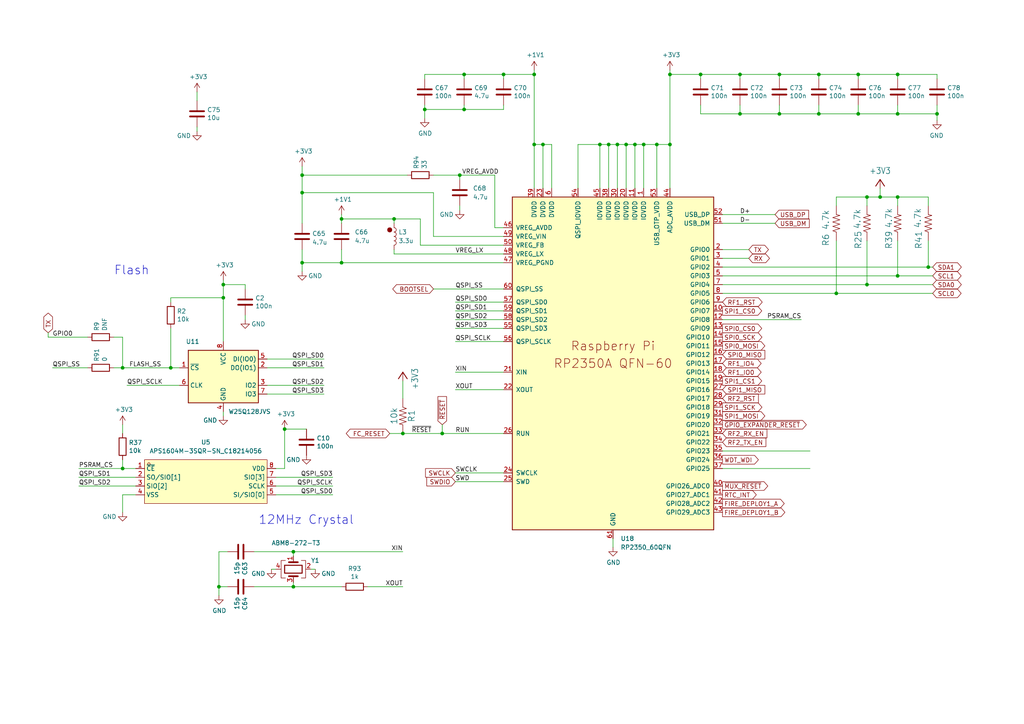
<source format=kicad_sch>
(kicad_sch (version 20250114) (generator "eeschema") (generator_version "9.0")
  (paper "A4")
  (lib_symbols
    (symbol "Adafruit ItsyBitsy RP2040-eagle-import:+3V3" (power)
      (property "Value" "+3V3" (at -2.54 -5.08 90))
      (symbol "+3V3_1_0"
        (polyline (pts (xy 0 0) (xy -1.27 -1.905)) (stroke (width 0.254)))
        (polyline (pts (xy 1.27 -1.905) (xy 0 0)) (stroke (width 0.254)))
        (pin power_in line (at 0 -2.54 90) (length 2.54) (name "+3V3") (number "1"))
      )
    )
    (symbol "Device:C" (pin_numbers (hide yes)) (pin_names (offset 0.254))
      (property "Reference" "C" (at 0.635 2.54 0))
      (property "Value" "C" (at 0.635 -2.54 0))
      (symbol "C_0_1"
        (polyline (pts (xy -2.032 0.762) (xy 2.032 0.762)) (stroke (width 0.508)))
        (polyline (pts (xy -2.032 -0.762) (xy 2.032 -0.762)) (stroke (width 0.508)))
      )
      (symbol "C_1_1"
        (pin passive line (at 0 3.81 270) (length 2.794) (name "~") (number "1"))
        (pin passive line (at 0 -3.81 90) (length 2.794) (name "~") (number "2"))
      )
    )
    (symbol "Device:Crystal_GND24" (pin_names (offset 1.016) (hide yes))
      (property "Reference" "Y" (at 3.175 5.08 0))
      (property "Value" "Crystal_GND24" (at 3.175 3.175 0))
      (symbol "Crystal_GND24_0_1"
        (polyline (pts (xy -2.54 2.286) (xy -2.54 3.556) (xy 2.54 3.556) (xy 2.54 2.286)))
        (polyline (pts (xy -2.54 0) (xy -2.032 0)))
        (polyline (pts (xy -2.54 -2.286) (xy -2.54 -3.556) (xy 2.54 -3.556) (xy 2.54 -2.286)))
        (polyline (pts (xy -2.032 -1.27) (xy -2.032 1.27)) (stroke (width 0.508)))
        (rectangle (start -1.143 2.54) (end 1.143 -2.54) (stroke (width 0.3048)))
        (polyline (pts (xy 0 3.556) (xy 0 3.81)))
        (polyline (pts (xy 0 -3.81) (xy 0 -3.556)))
        (polyline (pts (xy 2.032 0) (xy 2.54 0)))
        (polyline (pts (xy 2.032 -1.27) (xy 2.032 1.27)) (stroke (width 0.508)))
      )
      (symbol "Crystal_GND24_1_1"
        (pin passive line (at -3.81 0 0) (length 1.27) (name "1") (number "1"))
        (pin passive line (at 0 5.08 270) (length 1.27) (name "2") (number "2"))
        (pin passive line (at 0 -5.08 90) (length 1.27) (name "4") (number "4"))
        (pin passive line (at 3.81 0 180) (length 1.27) (name "3") (number "3"))
      )
    )
    (symbol "Device:L" (pin_numbers (hide yes)) (pin_names (offset 1.016) (hide yes))
      (property "Reference" "L" (at -1.27 0 90))
      (property "Value" "L" (at 1.905 0 90))
      (symbol "L_0_1"
        (arc (start 0 2.54) (mid 0.6323 1.905) (end 0 1.27))
        (arc (start 0 1.27) (mid 0.6323 0.635) (end 0 0))
        (arc (start 0 0) (mid 0.6323 -0.635) (end 0 -1.27))
        (arc (start 0 -1.27) (mid 0.6323 -1.905) (end 0 -2.54))
      )
      (symbol "L_1_1"
        (pin passive line (at 0 3.81 270) (length 1.27) (name "1") (number "1"))
        (pin passive line (at 0 -3.81 90) (length 1.27) (name "2") (number "2"))
      )
    )
    (symbol "Device:R" (pin_numbers (hide yes)) (pin_names (offset 0))
      (property "Reference" "R" (at 2.032 0 90))
      (property "Value" "R" (at 0 0 90))
      (symbol "R_0_1"
        (rectangle (start -1.016 -2.54) (end 1.016 2.54) (stroke (width 0.254)))
      )
      (symbol "R_1_1"
        (pin passive line (at 0 3.81 270) (length 1.27) (name "~") (number "1"))
        (pin passive line (at 0 -3.81 90) (length 1.27) (name "~") (number "2"))
      )
    )
    (symbol "MCU_RaspberryPi_RP2350:RP2350_60QFN" (pin_names (offset 1.016))
      (property "Reference" "U" (at -29.21 49.53 0))
      (property "Value" "RP2350_60QFN" (at 24.13 -49.53 0))
      (symbol "RP2350_60QFN_0_0"
        (text "Raspberry Pi" (at 0 5.08 0) (effects (font (size 2.54 2.54))))
      )
      (symbol "RP2350_60QFN_0_1"
        (rectangle (start 29.21 48.26) (end -29.21 -48.26) (stroke (width 0.254)) (fill (type background)))
      )
      (symbol "RP2350_60QFN_1_0"
        (text "RP2350A QFN-60" (at 0 0 0) (effects (font (size 2.54 2.54))))
      )
      (symbol "RP2350_60QFN_1_1"
        (pin power_in line (at -31.75 39.37 0) (length 2.54) (name "VREG_AVDD") (number "46"))
        (pin power_in line (at -31.75 36.83 0) (length 2.54) (name "VREG_VIN") (number "49"))
        (pin input line (at -31.75 34.29 0) (length 2.54) (name "VREG_FB") (number "50"))
        (pin power_out line (at -31.75 31.75 0) (length 2.54) (name "VREG_LX") (number "48"))
        (pin power_in line (at -31.75 29.21 0) (length 2.54) (name "VREG_PGND") (number "47"))
        (pin bidirectional line (at -31.75 21.59 0) (length 2.54) (name "QSPI_SS") (number "60"))
        (pin bidirectional line (at -31.75 17.78 0) (length 2.54) (name "QSPI_SD0") (number "57"))
        (pin bidirectional line (at -31.75 15.24 0) (length 2.54) (name "QSPI_SD1") (number "59"))
        (pin bidirectional line (at -31.75 12.7 0) (length 2.54) (name "QSPI_SD2") (number "58"))
        (pin bidirectional line (at -31.75 10.16 0) (length 2.54) (name "QSPI_SD3") (number "55"))
        (pin output line (at -31.75 6.35 0) (length 2.54) (name "QSPI_SCLK") (number "56"))
        (pin input line (at -31.75 -2.54 0) (length 2.54) (name "XIN") (number "21"))
        (pin passive line (at -31.75 -7.62 0) (length 2.54) (name "XOUT") (number "22"))
        (pin input line (at -31.75 -20.32 0) (length 2.54) (name "RUN") (number "26"))
        (pin output line (at -31.75 -31.75 0) (length 2.54) (name "SWCLK") (number "24"))
        (pin bidirectional line (at -31.75 -34.29 0) (length 2.54) (name "SWD") (number "25"))
        (pin power_in line (at -22.86 50.8 270) (length 2.54) (name "DVDD") (number "39"))
        (pin power_in line (at -20.32 50.8 270) (length 2.54) (name "DVDD") (number "23"))
        (pin power_in line (at -17.78 50.8 270) (length 2.54) (name "DVDD") (number "6"))
        (pin power_in line (at -10.16 50.8 270) (length 2.54) (name "QSPI_IOVDD") (number "54"))
        (pin power_in line (at -3.81 50.8 270) (length 2.54) (name "IOVDD") (number "45"))
        (pin power_in line (at -1.27 50.8 270) (length 2.54) (name "IOVDD") (number "38"))
        (pin power_in line (at 0 -50.8 90) (length 2.54) (name "GND") (number "61"))
        (pin power_in line (at 1.27 50.8 270) (length 2.54) (name "IOVDD") (number "30"))
        (pin power_in line (at 3.81 50.8 270) (length 2.54) (name "IOVDD") (number "20"))
        (pin power_in line (at 6.35 50.8 270) (length 2.54) (name "IOVDD") (number "11"))
        (pin power_in line (at 8.89 50.8 270) (length 2.54) (name "IOVDD") (number "1"))
        (pin power_in line (at 12.7 50.8 270) (length 2.54) (name "USB_OTP_VDD") (number "53"))
        (pin power_in line (at 16.51 50.8 270) (length 2.54) (name "ADC_AVDD") (number "44"))
        (pin bidirectional line (at 31.75 43.18 180) (length 2.54) (name "USB_DP") (number "52"))
        (pin bidirectional line (at 31.75 40.64 180) (length 2.54) (name "USB_DM") (number "51"))
        (pin bidirectional line (at 31.75 33.02 180) (length 2.54) (name "GPIO0") (number "2"))
        (pin bidirectional line (at 31.75 30.48 180) (length 2.54) (name "GPIO1") (number "3"))
        (pin bidirectional line (at 31.75 27.94 180) (length 2.54) (name "GPIO2") (number "4"))
        (pin bidirectional line (at 31.75 25.4 180) (length 2.54) (name "GPIO3") (number "5"))
        (pin bidirectional line (at 31.75 22.86 180) (length 2.54) (name "GPIO4") (number "7"))
        (pin bidirectional line (at 31.75 20.32 180) (length 2.54) (name "GPIO5") (number "8"))
        (pin bidirectional line (at 31.75 17.78 180) (length 2.54) (name "GPIO6") (number "9"))
        (pin bidirectional line (at 31.75 15.24 180) (length 2.54) (name "GPIO7") (number "10"))
        (pin bidirectional line (at 31.75 12.7 180) (length 2.54) (name "GPIO8") (number "12"))
        (pin bidirectional line (at 31.75 10.16 180) (length 2.54) (name "GPIO9") (number "13"))
        (pin bidirectional line (at 31.75 7.62 180) (length 2.54) (name "GPIO10") (number "14"))
        (pin bidirectional line (at 31.75 5.08 180) (length 2.54) (name "GPIO11") (number "15"))
        (pin bidirectional line (at 31.75 2.54 180) (length 2.54) (name "GPIO12") (number "16"))
        (pin bidirectional line (at 31.75 0 180) (length 2.54) (name "GPIO13") (number "17"))
        (pin bidirectional line (at 31.75 -2.54 180) (length 2.54) (name "GPIO14") (number "18"))
        (pin bidirectional line (at 31.75 -5.08 180) (length 2.54) (name "GPIO15") (number "19"))
        (pin bidirectional line (at 31.75 -7.62 180) (length 2.54) (name "GPIO16") (number "27"))
        (pin bidirectional line (at 31.75 -10.16 180) (length 2.54) (name "GPIO17") (number "28"))
        (pin bidirectional line (at 31.75 -12.7 180) (length 2.54) (name "GPIO18") (number "29"))
        (pin bidirectional line (at 31.75 -15.24 180) (length 2.54) (name "GPIO19") (number "31"))
        (pin bidirectional line (at 31.75 -17.78 180) (length 2.54) (name "GPIO20") (number "32"))
        (pin bidirectional line (at 31.75 -20.32 180) (length 2.54) (name "GPIO21") (number "33"))
        (pin bidirectional line (at 31.75 -22.86 180) (length 2.54) (name "GPIO22") (number "34"))
        (pin bidirectional line (at 31.75 -25.4 180) (length 2.54) (name "GPIO23") (number "35"))
        (pin bidirectional line (at 31.75 -27.94 180) (length 2.54) (name "GPIO24") (number "36"))
        (pin bidirectional line (at 31.75 -30.48 180) (length 2.54) (name "GPIO25") (number "37"))
        (pin bidirectional line (at 31.75 -35.56 180) (length 2.54) (name "GPIO26_ADC0") (number "40"))
        (pin bidirectional line (at 31.75 -38.1 180) (length 2.54) (name "GPIO27_ADC1") (number "41"))
        (pin bidirectional line (at 31.75 -40.64 180) (length 2.54) (name "GPIO28_ADC2") (number "42"))
        (pin bidirectional line (at 31.75 -43.18 180) (length 2.54) (name "GPIO29_ADC3") (number "43"))
      )
    )
    (symbol "Memory_Flash:W25Q128JVS"
      (property "Reference" "U" (at -8.89 8.89 0))
      (property "Value" "W25Q128JVS" (at 7.62 8.89 0))
      (symbol "W25Q128JVS_0_1"
        (rectangle (start -10.16 7.62) (end 10.16 -7.62) (stroke (width 0.254)) (fill (type background)))
      )
      (symbol "W25Q128JVS_1_1"
        (pin input line (at -12.7 2.54 0) (length 2.54) (name "~{CS}") (number "1"))
        (pin input line (at -12.7 -2.54 0) (length 2.54) (name "CLK") (number "6"))
        (pin power_in line (at 0 10.16 270) (length 2.54) (name "VCC") (number "8"))
        (pin power_in line (at 0 -10.16 90) (length 2.54) (name "GND") (number "4"))
        (pin bidirectional line (at 12.7 5.08 180) (length 2.54) (name "DI(IO0)") (number "5"))
        (pin bidirectional line (at 12.7 2.54 180) (length 2.54) (name "DO(IO1)") (number "2"))
        (pin bidirectional line (at 12.7 -2.54 180) (length 2.54) (name "IO2") (number "3"))
        (pin bidirectional line (at 12.7 -5.08 180) (length 2.54) (name "IO3") (number "7"))
      )
    )
    (symbol "easyeda2kicad:APS1604M-3SQR-SN_C18214056"
      (property "Reference" "U" (at 0 10.16 0))
      (property "Value" "APS1604M-3SQR-SN_C18214056" (at 0 -7.62 0))
      (symbol "APS1604M-3SQR-SN_C18214056_0_1"
        (rectangle (start -17.78 7.62) (end 17.78 -5.08) (fill (type background)))
        (circle (center -16.51 6.35) (radius 0.38))
        (pin unspecified line (at -20.32 5.08 0) (length 2.54) (name "~{CE}") (number "1"))
        (pin unspecified line (at -20.32 2.54 0) (length 2.54) (name "SO/SIO[1]") (number "2"))
        (pin unspecified line (at -20.32 0 0) (length 2.54) (name "SIO[2]") (number "3"))
        (pin unspecified line (at -20.32 -2.54 0) (length 2.54) (name "VSS") (number "4"))
        (pin unspecified line (at 20.32 5.08 180) (length 2.54) (name "VDD") (number "8"))
        (pin unspecified line (at 20.32 2.54 180) (length 2.54) (name "SIO[3]") (number "7"))
        (pin unspecified line (at 20.32 0 180) (length 2.54) (name "SCLK") (number "6"))
        (pin unspecified line (at 20.32 -2.54 180) (length 2.54) (name "SI/SIO[0]") (number "5"))
      )
    )
    (symbol "mainboard:RESISTOR0603" (pin_names (offset 1.016))
      (property "Reference" "R" (at 0 1.524 0))
      (property "Value" "RESISTOR0603" (at 0 -1.524 0))
      (symbol "RESISTOR0603_1_0"
        (polyline (pts (xy -2.54 0) (xy -2.159 1.016)))
        (polyline (pts (xy -2.159 1.016) (xy -1.524 -1.016)))
        (polyline (pts (xy -1.524 -1.016) (xy -0.889 1.016)))
        (polyline (pts (xy -0.889 1.016) (xy -0.254 -1.016)))
        (polyline (pts (xy -0.254 -1.016) (xy 0.381 1.016)))
        (polyline (pts (xy 0.381 1.016) (xy 1.016 -1.016)))
        (polyline (pts (xy 1.016 -1.016) (xy 1.651 1.016)))
        (polyline (pts (xy 1.651 1.016) (xy 2.286 -1.016)))
        (polyline (pts (xy 2.286 -1.016) (xy 2.54 0)))
        (pin passive line (at -5.08 0 0) (length 2.54) (name "1") (number "1"))
        (pin passive line (at 5.08 0 180) (length 2.54) (name "2") (number "2"))
      )
    )
    (symbol "power:+1V1" (power) (pin_names (offset 0))
      (property "Value" "+1V1" (at 0 3.556 0))
      (symbol "+1V1_0_1"
        (polyline (pts (xy -0.762 1.27) (xy 0 2.54)))
        (polyline (pts (xy 0 2.54) (xy 0.762 1.27)))
        (polyline (pts (xy 0 0) (xy 0 2.54)))
      )
      (symbol "+1V1_1_1"
        (pin power_in line (at 0 0 90) (length 0) (hide yes) (name "+1V1") (number "1"))
      )
    )
    (symbol "power:+3V3" (power) (pin_names (offset 0))
      (property "Value" "+3V3" (at 0 3.556 0))
      (symbol "+3V3_0_1"
        (polyline (pts (xy -0.762 1.27) (xy 0 2.54)))
        (polyline (pts (xy 0 2.54) (xy 0.762 1.27)))
        (polyline (pts (xy 0 0) (xy 0 2.54)))
      )
      (symbol "+3V3_1_1"
        (pin power_in line (at 0 0 90) (length 0) (hide yes) (name "+3V3") (number "1"))
      )
    )
    (symbol "power:GND" (power) (pin_names (offset 0))
      (property "Value" "GND" (at 0 -3.81 0))
      (symbol "GND_0_1"
        (polyline (pts (xy 0 0) (xy 0 -1.27) (xy 1.27 -1.27) (xy 0 -2.54) (xy -1.27 -1.27) (xy 0 -1.27)))
      )
      (symbol "GND_1_1"
        (pin power_in line (at 0 0 270) (length 0) (hide yes) (name "GND") (number "1"))
      )
    )
  )
  (circle (center 113.03 66.675) (radius 0.635) (stroke (width 0) (color 132 0 0 1)) (fill (type color) (color 132 0 0 1)))
  (text "12MHz Crystal" (at 74.93 152.4 0) (effects (font (size 2.54 2.54)) (justify left bottom)))
  (text "Flash" (at 33.02 80.01 0) (effects (font (size 2.54 2.54)) (justify left bottom)))
  (junction (at 154.94 21.59))
  (junction (at 87.63 50.8))
  (junction (at 35.56 135.89))
  (junction (at 226.06 33.02))
  (junction (at 134.62 21.59))
  (junction (at 176.53 41.91))
  (junction (at 251.46 82.55))
  (junction (at 203.2 21.59))
  (junction (at 87.63 55.88))
  (junction (at 237.49 33.02))
  (junction (at 179.07 41.91))
  (junction (at 64.77 82.55))
  (junction (at 87.63 76.2))
  (junction (at 271.78 33.02))
  (junction (at 269.24 77.47))
  (junction (at 82.55 124.46))
  (junction (at 173.99 41.91))
  (junction (at 186.69 41.91))
  (junction (at 237.49 21.59))
  (junction (at 146.05 21.59))
  (junction (at 194.31 41.91))
  (junction (at 214.63 33.02))
  (junction (at 260.35 21.59))
  (junction (at 226.06 21.59))
  (junction (at 194.31 21.59))
  (junction (at 85.09 170.18))
  (junction (at 260.35 80.01))
  (junction (at 99.06 63.5))
  (junction (at 116.84 125.73))
  (junction (at 260.35 57.15))
  (junction (at 123.19 31.75))
  (junction (at 63.5 170.18))
  (junction (at 181.61 41.91))
  (junction (at 114.3 63.5))
  (junction (at 248.92 33.02))
  (junction (at 133.35 50.8))
  (junction (at 49.53 106.68))
  (junction (at 255.27 57.15))
  (junction (at 184.15 41.91))
  (junction (at 157.48 41.91))
  (junction (at 35.56 106.68))
  (junction (at 251.46 57.15))
  (junction (at 128.27 125.73))
  (junction (at 85.09 160.02))
  (junction (at 134.62 31.75))
  (junction (at 154.94 41.91))
  (junction (at 99.06 76.2))
  (junction (at 242.57 85.09))
  (junction (at 260.35 33.02))
  (junction (at 64.77 86.36))
  (junction (at 190.5 41.91))
  (junction (at 214.63 21.59))
  (junction (at 248.92 21.59))
  (wire (pts (xy 214.63 22.86) (xy 214.63 21.59)))
  (wire (pts (xy 87.63 55.88) (xy 125.73 55.88)))
  (wire (pts (xy 214.63 30.48) (xy 214.63 33.02)))
  (wire (pts (xy 186.69 41.91) (xy 190.5 41.91)))
  (wire (pts (xy 242.57 69.85) (xy 242.57 85.09)))
  (wire (pts (xy 80.01 138.43) (xy 96.52 138.43)))
  (wire (pts (xy 114.3 73.66) (xy 114.3 72.39)))
  (wire (pts (xy 125.73 68.58) (xy 146.05 68.58)))
  (wire (pts (xy 248.92 30.48) (xy 248.92 33.02)))
  (wire (pts (xy 179.07 41.91) (xy 181.61 41.91)))
  (wire (pts (xy 133.35 50.8) (xy 133.35 52.07)))
  (wire (pts (xy 66.04 160.02) (xy 63.5 160.02)))
  (wire (pts (xy 260.35 33.02) (xy 271.78 33.02)))
  (wire (pts (xy 260.35 30.48) (xy 260.35 33.02)))
  (wire (pts (xy 209.55 72.39) (xy 217.17 72.39)))
  (wire (pts (xy 217.17 74.93) (xy 209.55 74.93)))
  (wire (pts (xy 73.66 170.18) (xy 85.09 170.18)))
  (wire (pts (xy 154.94 21.59) (xy 154.94 41.91)))
  (wire (pts (xy 132.08 95.25) (xy 146.05 95.25)))
  (wire (pts (xy 87.63 76.2) (xy 99.06 76.2)))
  (wire (pts (xy 269.24 59.69) (xy 269.24 57.15)))
  (wire (pts (xy 209.55 85.09) (xy 242.57 85.09)))
  (wire (pts (xy 77.47 114.3) (xy 93.98 114.3)))
  (wire (pts (xy 33.02 106.68) (xy 35.56 106.68)))
  (wire (pts (xy 181.61 54.61) (xy 181.61 41.91)))
  (wire (pts (xy 176.53 54.61) (xy 176.53 41.91)))
  (wire (pts (xy 269.24 57.15) (xy 260.35 57.15)))
  (wire (pts (xy 209.55 92.71) (xy 232.41 92.71)))
  (wire (pts (xy 96.52 140.97) (xy 80.01 140.97)))
  (wire (pts (xy 35.56 97.79) (xy 35.56 106.68)))
  (wire (pts (xy 87.63 48.26) (xy 87.63 50.8)))
  (wire (pts (xy 114.3 63.5) (xy 114.3 64.77)))
  (wire (pts (xy 132.08 87.63) (xy 146.05 87.63)))
  (wire (pts (xy 209.55 64.77) (xy 224.79 64.77)))
  (wire (pts (xy 77.47 111.76) (xy 93.98 111.76)))
  (wire (pts (xy 157.48 54.61) (xy 157.48 41.91)))
  (wire (pts (xy 35.56 135.89) (xy 39.37 135.89)))
  (wire (pts (xy 35.56 143.51) (xy 35.56 148.59)))
  (wire (pts (xy 255.27 57.15) (xy 255.27 54.61)))
  (wire (pts (xy 260.35 80.01) (xy 270.51 80.01)))
  (wire (pts (xy 237.49 22.86) (xy 237.49 21.59)))
  (wire (pts (xy 99.06 72.39) (xy 99.06 76.2)))
  (wire (pts (xy 214.63 33.02) (xy 203.2 33.02)))
  (wire (pts (xy 125.73 55.88) (xy 125.73 68.58)))
  (wire (pts (xy 179.07 54.61) (xy 179.07 41.91)))
  (wire (pts (xy 226.06 30.48) (xy 226.06 33.02)))
  (wire (pts (xy 13.97 97.79) (xy 25.4 97.79)))
  (wire (pts (xy 49.53 87.63) (xy 49.53 86.36)))
  (wire (pts (xy 181.61 41.91) (xy 184.15 41.91)))
  (wire (pts (xy 99.06 64.77) (xy 99.06 63.5)))
  (wire (pts (xy 251.46 57.15) (xy 255.27 57.15)))
  (wire (pts (xy 125.73 50.8) (xy 133.35 50.8)))
  (wire (pts (xy 125.73 83.82) (xy 146.05 83.82)))
  (wire (pts (xy 71.12 82.55) (xy 64.77 82.55)))
  (wire (pts (xy 242.57 57.15) (xy 251.46 57.15)))
  (wire (pts (xy 143.51 66.04) (xy 146.05 66.04)))
  (wire (pts (xy 78.74 165.1) (xy 80.01 165.1)))
  (wire (pts (xy 203.2 21.59) (xy 214.63 21.59)))
  (wire (pts (xy 173.99 41.91) (xy 176.53 41.91)))
  (wire (pts (xy 64.77 86.36) (xy 64.77 99.06)))
  (wire (pts (xy 39.37 138.43) (xy 22.86 138.43)))
  (wire (pts (xy 226.06 33.02) (xy 214.63 33.02)))
  (wire (pts (xy 64.77 119.38) (xy 64.77 120.65)))
  (wire (pts (xy 77.47 106.68) (xy 93.98 106.68)))
  (wire (pts (xy 271.78 33.02) (xy 271.78 34.925)))
  (wire (pts (xy 194.31 21.59) (xy 194.31 41.91)))
  (wire (pts (xy 190.5 54.61) (xy 190.5 41.91)))
  (wire (pts (xy 113.03 125.73) (xy 116.84 125.73)))
  (wire (pts (xy 80.01 135.89) (xy 82.55 135.89)))
  (wire (pts (xy 209.55 82.55) (xy 251.46 82.55)))
  (wire (pts (xy 143.51 50.8) (xy 143.51 66.04)))
  (wire (pts (xy 123.19 21.59) (xy 134.62 21.59)))
  (wire (pts (xy 82.55 135.89) (xy 82.55 124.46)))
  (wire (pts (xy 146.05 22.86) (xy 146.05 21.59)))
  (wire (pts (xy 80.01 143.51) (xy 96.52 143.51)))
  (wire (pts (xy 63.5 160.02) (xy 63.5 170.18)))
  (wire (pts (xy 203.2 22.86) (xy 203.2 21.59)))
  (wire (pts (xy 173.99 54.61) (xy 173.99 41.91)))
  (wire (pts (xy 57.15 36.83) (xy 57.15 38.1)))
  (wire (pts (xy 87.63 76.2) (xy 87.63 78.74)))
  (wire (pts (xy 248.92 21.59) (xy 260.35 21.59)))
  (wire (pts (xy 87.63 55.88) (xy 87.63 64.77)))
  (wire (pts (xy 269.24 77.47) (xy 270.51 77.47)))
  (wire (pts (xy 134.62 30.48) (xy 134.62 31.75)))
  (wire (pts (xy 242.57 59.69) (xy 242.57 57.15)))
  (wire (pts (xy 260.35 33.02) (xy 248.92 33.02)))
  (wire (pts (xy 260.35 21.59) (xy 271.78 21.59)))
  (wire (pts (xy 237.49 30.48) (xy 237.49 33.02)))
  (wire (pts (xy 35.56 133.35) (xy 35.56 135.89)))
  (wire (pts (xy 248.92 22.86) (xy 248.92 21.59)))
  (wire (pts (xy 22.86 135.89) (xy 35.56 135.89)))
  (wire (pts (xy 234.95 135.89) (xy 209.55 135.89)))
  (wire (pts (xy 77.47 104.14) (xy 93.98 104.14)))
  (wire (pts (xy 146.05 31.75) (xy 146.05 30.48)))
  (wire (pts (xy 132.08 92.71) (xy 146.05 92.71)))
  (wire (pts (xy 49.53 95.25) (xy 49.53 106.68)))
  (wire (pts (xy 209.55 77.47) (xy 269.24 77.47)))
  (wire (pts (xy 128.27 125.73) (xy 146.05 125.73)))
  (wire (pts (xy 85.09 168.91) (xy 85.09 170.18)))
  (wire (pts (xy 49.53 106.68) (xy 52.07 106.68)))
  (wire (pts (xy 133.35 60.96) (xy 133.35 59.69)))
  (wire (pts (xy 116.84 110.49) (xy 116.84 115.57)))
  (wire (pts (xy 157.48 41.91) (xy 160.02 41.91)))
  (wire (pts (xy 121.92 63.5) (xy 114.3 63.5)))
  (wire (pts (xy 226.06 21.59) (xy 237.49 21.59)))
  (wire (pts (xy 160.02 41.91) (xy 160.02 54.61)))
  (wire (pts (xy 167.64 41.91) (xy 173.99 41.91)))
  (wire (pts (xy 87.63 50.8) (xy 87.63 55.88)))
  (wire (pts (xy 260.35 59.69) (xy 260.35 57.15)))
  (wire (pts (xy 269.24 69.85) (xy 269.24 77.47)))
  (wire (pts (xy 176.53 41.91) (xy 179.07 41.91)))
  (wire (pts (xy 90.17 165.1) (xy 91.44 165.1)))
  (wire (pts (xy 242.57 85.09) (xy 270.51 85.09)))
  (wire (pts (xy 146.05 113.03) (xy 132.08 113.03)))
  (wire (pts (xy 248.92 33.02) (xy 237.49 33.02)))
  (wire (pts (xy 33.02 97.79) (xy 35.56 97.79)))
  (wire (pts (xy 87.63 50.8) (xy 118.11 50.8)))
  (wire (pts (xy 194.31 21.59) (xy 203.2 21.59)))
  (wire (pts (xy 184.15 41.91) (xy 186.69 41.91)))
  (wire (pts (xy 234.95 130.81) (xy 209.55 130.81)))
  (wire (pts (xy 194.31 20.32) (xy 194.31 21.59)))
  (wire (pts (xy 134.62 22.86) (xy 134.62 21.59)))
  (wire (pts (xy 157.48 41.91) (xy 154.94 41.91)))
  (wire (pts (xy 82.55 124.46) (xy 88.9 124.46)))
  (wire (pts (xy 106.68 170.18) (xy 116.84 170.18)))
  (wire (pts (xy 73.66 160.02) (xy 85.09 160.02)))
  (wire (pts (xy 64.77 82.55) (xy 64.77 86.36)))
  (wire (pts (xy 251.46 69.85) (xy 251.46 82.55)))
  (wire (pts (xy 123.19 31.75) (xy 134.62 31.75)))
  (wire (pts (xy 255.27 57.15) (xy 260.35 57.15)))
  (wire (pts (xy 87.63 72.39) (xy 87.63 76.2)))
  (wire (pts (xy 13.97 96.52) (xy 13.97 97.79)))
  (wire (pts (xy 251.46 57.15) (xy 251.46 59.69)))
  (wire (pts (xy 146.05 137.16) (xy 132.08 137.16)))
  (wire (pts (xy 260.35 22.86) (xy 260.35 21.59)))
  (wire (pts (xy 190.5 41.91) (xy 194.31 41.91)))
  (wire (pts (xy 123.19 30.48) (xy 123.19 31.75)))
  (wire (pts (xy 167.64 54.61) (xy 167.64 41.91)))
  (wire (pts (xy 132.08 107.95) (xy 146.05 107.95)))
  (wire (pts (xy 99.06 62.23) (xy 99.06 63.5)))
  (wire (pts (xy 146.05 139.7) (xy 132.08 139.7)))
  (wire (pts (xy 177.8 156.21) (xy 177.8 158.75)))
  (wire (pts (xy 203.2 30.48) (xy 203.2 33.02)))
  (wire (pts (xy 57.15 26.67) (xy 57.15 29.21)))
  (wire (pts (xy 71.12 91.44) (xy 71.12 92.71)))
  (wire (pts (xy 99.06 63.5) (xy 114.3 63.5)))
  (wire (pts (xy 66.04 170.18) (xy 63.5 170.18)))
  (wire (pts (xy 85.09 160.02) (xy 116.84 160.02)))
  (wire (pts (xy 184.15 54.61) (xy 184.15 41.91)))
  (wire (pts (xy 214.63 21.59) (xy 226.06 21.59)))
  (wire (pts (xy 63.5 170.18) (xy 63.5 172.72)))
  (wire (pts (xy 85.09 170.18) (xy 99.06 170.18)))
  (wire (pts (xy 36.83 111.76) (xy 52.07 111.76)))
  (wire (pts (xy 123.19 22.86) (xy 123.19 21.59)))
  (wire (pts (xy 209.55 62.23) (xy 224.79 62.23)))
  (wire (pts (xy 146.05 71.12) (xy 121.92 71.12)))
  (wire (pts (xy 85.09 161.29) (xy 85.09 160.02)))
  (wire (pts (xy 35.56 106.68) (xy 49.53 106.68)))
  (wire (pts (xy 146.05 99.06) (xy 132.08 99.06)))
  (wire (pts (xy 237.49 33.02) (xy 226.06 33.02)))
  (wire (pts (xy 186.69 41.91) (xy 186.69 54.61)))
  (wire (pts (xy 114.3 73.66) (xy 146.05 73.66)))
  (wire (pts (xy 260.35 69.85) (xy 260.35 80.01)))
  (wire (pts (xy 271.78 22.86) (xy 271.78 21.59)))
  (wire (pts (xy 123.19 31.75) (xy 123.19 34.29)))
  (wire (pts (xy 71.12 83.82) (xy 71.12 82.55)))
  (wire (pts (xy 251.46 82.55) (xy 270.51 82.55)))
  (wire (pts (xy 194.31 41.91) (xy 194.31 54.61)))
  (wire (pts (xy 49.53 86.36) (xy 64.77 86.36)))
  (wire (pts (xy 134.62 31.75) (xy 146.05 31.75)))
  (wire (pts (xy 128.27 123.19) (xy 128.27 125.73)))
  (wire (pts (xy 128.27 125.73) (xy 116.84 125.73)))
  (wire (pts (xy 132.08 90.17) (xy 146.05 90.17)))
  (wire (pts (xy 154.94 20.32) (xy 154.94 21.59)))
  (wire (pts (xy 99.06 76.2) (xy 146.05 76.2)))
  (wire (pts (xy 133.35 50.8) (xy 143.51 50.8)))
  (wire (pts (xy 121.92 71.12) (xy 121.92 63.5)))
  (wire (pts (xy 15.24 106.68) (xy 25.4 106.68)))
  (wire (pts (xy 209.55 80.01) (xy 260.35 80.01)))
  (wire (pts (xy 35.56 123.19) (xy 35.56 125.73)))
  (wire (pts (xy 271.78 30.48) (xy 271.78 33.02)))
  (wire (pts (xy 226.06 22.86) (xy 226.06 21.59)))
  (wire (pts (xy 134.62 21.59) (xy 146.05 21.59)))
  (wire (pts (xy 146.05 21.59) (xy 154.94 21.59)))
  (wire (pts (xy 39.37 143.51) (xy 35.56 143.51)))
  (wire (pts (xy 64.77 81.28) (xy 64.77 82.55)))
  (wire (pts (xy 39.37 140.97) (xy 22.86 140.97)))
  (wire (pts (xy 237.49 21.59) (xy 248.92 21.59)))
  (wire (pts (xy 154.94 41.91) (xy 154.94 54.61)))
  (label "QSPI_SD3" (at 132.08 95.25 0))
  (label "XIN" (at 132.08 107.95 0))
  (label "D-" (at 214.63 64.77 0) (effects (font (size 1.2446 1.2446))))
  (label "QSPI_SCLK" (at 96.52 140.97 180))
  (label "QSPI_SD0" (at 93.98 104.14 180))
  (label "D+" (at 214.63 62.23 0) (effects (font (size 1.2446 1.2446))))
  (label "QSPI_SD0" (at 132.08 87.63 0))
  (label "FLASH_SS" (at 37.465 106.68 0))
  (label "QSPI_SCLK" (at 132.08 99.06 0))
  (label "XIN" (at 116.84 160.02 180))
  (label "QSPI_SD3" (at 93.98 114.3 180))
  (label "GPIO0" (at 15.24 97.79 0))
  (label "QSPI_SD2" (at 132.08 92.71 0))
  (label "PSRAM_CS" (at 232.41 92.71 180))
  (label "QSPI_SD1" (at 22.86 138.43 0))
  (label "QSPI_SCLK" (at 36.83 111.76 0))
  (label "RUN" (at 132.08 125.73 0))
  (label "VREG_AVDD" (at 133.985 50.8 0))
  (label "QSPI_SS" (at 132.08 83.82 0))
  (label "QSPI_SD0" (at 96.52 143.51 180))
  (label "QSPI_SS" (at 15.24 106.68 0))
  (label "QSPI_SD1" (at 132.08 90.17 0))
  (label "XOUT" (at 132.08 113.03 0))
  (label "XOUT" (at 116.84 170.18 180))
  (label "SWCLK" (at 132.08 137.16 0))
  (label "QSPI_SD2" (at 93.98 111.76 180))
  (label "PSRAM_CS" (at 22.86 135.89 0))
  (label "VREG_LX" (at 132.08 73.66 0))
  (label "SWD" (at 132.08 139.7 0))
  (label "~{RESET}" (at 119.38 125.73 0) (effects (font (size 1.2446 1.2446))))
  (label "QSPI_SD2" (at 22.86 140.97 0))
  (label "QSPI_SD1" (at 93.98 106.68 180))
  (label "QSPI_SD3" (at 96.52 138.43 180))
  (global_label "~{GPIO_EXPANDER_RESET}" (shape output) (at 209.55 123.19 0) (property "Intersheetrefs" "${INTERSHEET_REFS}" (effects (hide yes))))
  (global_label "RF2_TX_EN" (shape input) (at 209.55 128.27 0) (property "Intersheetrefs" "${INTERSHEET_REFS}" (effects (hide yes))))
  (global_label "WDT_WDI" (shape output) (at 209.55 133.35 0) (property "Intersheetrefs" "${INTERSHEET_REFS}" (effects (hide yes))))
  (global_label "RF2_RST" (shape input) (at 209.55 115.57 0) (property "Intersheetrefs" "${INTERSHEET_REFS}" (effects (hide yes))))
  (global_label "RTC_INT" (shape output) (at 209.55 143.51 0) (property "Intersheetrefs" "${INTERSHEET_REFS}" (effects (hide yes))))
  (global_label "SPI0_MISO" (shape input) (at 209.55 102.87 0) (property "Intersheetrefs" "${INTERSHEET_REFS}" (effects (hide yes))))
  (global_label "RF1_IO4" (shape bidirectional) (at 209.55 105.41 0) (property "Intersheetrefs" "${INTERSHEET_REFS}" (effects (hide yes))))
  (global_label "FIRE_DEPLOY1_A" (shape output) (at 209.55 146.05 0) (property "Intersheetrefs" "${INTERSHEET_REFS}" (effects (hide yes))))
  (global_label "~{RESET}" (shape input) (at 128.27 123.19 90) (property "Intersheetrefs" "${INTERSHEET_REFS}" (effects (hide yes))))
  (global_label "SPI1_MOSI" (shape output) (at 209.55 120.65 0) (property "Intersheetrefs" "${INTERSHEET_REFS}" (effects (hide yes))))
  (global_label "SPI1_CS1" (shape output) (at 209.55 110.49 0) (property "Intersheetrefs" "${INTERSHEET_REFS}" (effects (hide yes))))
  (global_label "USB_DM" (shape input) (at 224.79 64.77 0) (property "Intersheetrefs" "${INTERSHEET_REFS}" (effects (hide yes))))
  (global_label "SPI1_MISO" (shape input) (at 209.55 113.03 0) (property "Intersheetrefs" "${INTERSHEET_REFS}" (effects (hide yes))))
  (global_label "SWDIO" (shape input) (at 132.08 139.7 180) (property "Intersheetrefs" "${INTERSHEET_REFS}" (effects (hide yes))))
  (global_label "RX" (shape bidirectional) (at 217.17 74.93 0) (property "Intersheetrefs" "${INTERSHEET_REFS}" (effects (hide yes))))
  (global_label "RF1_IO0" (shape bidirectional) (at 209.55 107.95 0) (property "Intersheetrefs" "${INTERSHEET_REFS}" (effects (hide yes))))
  (global_label "FC_RESET" (shape bidirectional) (at 113.03 125.73 180) (property "Intersheetrefs" "${INTERSHEET_REFS}" (effects (hide yes))))
  (global_label "SCL0" (shape bidirectional) (at 270.51 85.09 0) (property "Intersheetrefs" "${INTERSHEET_REFS}" (effects (hide yes))))
  (global_label "SPI1_SCK" (shape output) (at 209.55 118.11 0) (property "Intersheetrefs" "${INTERSHEET_REFS}" (effects (hide yes))))
  (global_label "TX" (shape bidirectional) (at 217.17 72.39 0) (property "Intersheetrefs" "${INTERSHEET_REFS}" (effects (hide yes))))
  (global_label "RF2_RX_EN" (shape input) (at 209.55 125.73 0) (property "Intersheetrefs" "${INTERSHEET_REFS}" (effects (hide yes))))
  (global_label "BOOTSEL" (shape bidirectional) (at 125.73 83.82 180) (property "Intersheetrefs" "${INTERSHEET_REFS}" (effects (hide yes))))
  (global_label "TX" (shape bidirectional) (at 13.97 96.52 90) (property "Intersheetrefs" "${INTERSHEET_REFS}" (effects (hide yes))))
  (global_label "SPI0_CS0" (shape output) (at 209.55 95.25 0) (property "Intersheetrefs" "${INTERSHEET_REFS}" (effects (hide yes))))
  (global_label "SWCLK" (shape input) (at 132.08 137.16 180) (property "Intersheetrefs" "${INTERSHEET_REFS}" (effects (hide yes))))
  (global_label "SCL1" (shape bidirectional) (at 270.51 80.01 0) (property "Intersheetrefs" "${INTERSHEET_REFS}" (effects (hide yes))))
  (global_label "~{MUX_RESET}" (shape output) (at 209.55 140.97 0) (property "Intersheetrefs" "${INTERSHEET_REFS}" (effects (hide yes))))
  (global_label "SPI0_MOSI" (shape output) (at 209.55 100.33 0) (property "Intersheetrefs" "${INTERSHEET_REFS}" (effects (hide yes))))
  (global_label "FIRE_DEPLOY1_B" (shape output) (at 209.55 148.59 0) (property "Intersheetrefs" "${INTERSHEET_REFS}" (effects (hide yes))))
  (global_label "SDA1" (shape bidirectional) (at 270.51 77.47 0) (property "Intersheetrefs" "${INTERSHEET_REFS}" (effects (hide yes))))
  (global_label "USB_DP" (shape input) (at 224.79 62.23 0) (property "Intersheetrefs" "${INTERSHEET_REFS}" (effects (hide yes))))
  (global_label "SPI0_SCK" (shape output) (at 209.55 97.79 0) (property "Intersheetrefs" "${INTERSHEET_REFS}" (effects (hide yes))))
  (global_label "SPI1_CS0" (shape output) (at 209.55 90.17 0) (property "Intersheetrefs" "${INTERSHEET_REFS}" (effects (hide yes))))
  (global_label "RF1_RST" (shape bidirectional) (at 209.55 87.63 0) (property "Intersheetrefs" "${INTERSHEET_REFS}" (effects (hide yes))))
  (global_label "SDA0" (shape bidirectional) (at 270.51 82.55 0) (property "Intersheetrefs" "${INTERSHEET_REFS}" (effects (hide yes))))
  (symbol (lib_id "Device:C") (at 71.12 87.63 0) (unit 1)
    (property "Reference" "C2" (at 74.041 86.4616 0) (effects (justify left)))
    (property "Value" "100n" (at 74.041 88.773 0) (effects (justify left)))
    (property "Footprint" "Capacitor_SMD:C_0402_1005Metric" (effects (hide yes)))
  )
  (symbol (lib_id "power:+3V3") (at 57.15 26.67 0) (unit 1)
    (property "Reference" "#PWR0157" (effects (hide yes)))
    (property "Value" "+3V3" (at 57.531 22.2758 0))
  )
  (symbol (lib_id "power:+3V3") (at 87.63 48.26 0) (unit 1)
    (property "Reference" "#PWR074" (effects (hide yes)))
    (property "Value" "+3V3" (at 88.011 43.8658 0))
  )
  (symbol (lib_id "Device:R") (at 49.53 91.44 0) (unit 1)
    (property "Reference" "R2" (at 51.308 90.2716 0) (effects (justify left)))
    (property "Value" "10k" (at 51.308 92.583 0) (effects (justify left)))
    (property "Footprint" "Resistor_SMD:R_0402_1005Metric" (effects (hide yes)))
  )
  (symbol (lib_id "Device:C") (at 57.15 33.02 0) (unit 1)
    (property "Reference" "C75" (at 60.071 31.8516 0) (effects (justify left)))
    (property "Value" "10u" (at 60.071 34.163 0) (effects (justify left)))
    (property "Footprint" "Capacitor_SMD:C_0805_2012Metric" (effects (hide yes)))
  )
  (symbol (lib_id "power:GND") (at 91.44 165.1 0) (unit 1)
    (property "Reference" "#PWR079" (effects (hide yes)))
    (property "Value" "GND" (at 95.25 166.37 0))
  )
  (symbol (lib_id "easyeda2kicad:APS1604M-3SQR-SN_C18214056") (at 59.69 140.97 0) (unit 1)
    (property "Reference" "U5" (at 59.69 128.27 0))
    (property "Value" "APS1604M-3SQR-SN_C18214056" (at 59.69 130.81 0))
    (property "Footprint" "easyeda2kicad:SOIC-8_L4.9-W3.9-P1.27-LS6.0-BL" (effects (hide yes)))
    (property "LCSC Part" "C18214056" (effects (hide yes)))
  )
  (symbol (lib_id "power:GND") (at 35.56 148.59 0) (unit 1)
    (property "Reference" "#PWR035" (effects (hide yes)))
    (property "Value" "GND" (at 31.75 149.86 0))
  )
  (symbol (lib_id "MCU_RaspberryPi_RP2350:RP2350_60QFN") (at 177.8 105.41 0) (unit 1)
    (property "Reference" "U18" (at 179.9941 156.21 0) (effects (justify left)))
    (property "Value" "RP2350_60QFN" (at 179.9941 158.75 0) (effects (justify left)))
    (property "Footprint" "RP2350_60QFN_minimal:RP2350-QFN-60-1EP_7x7_P0.4mm_EP3.4x3.4mm_ThermalVias" (effects (hide yes)))
    (property "Datasheet" "https://datasheets.raspberrypi.com/rp2350/rp2350-datasheet.pdf" (effects (hide yes)))
  )
  (symbol (lib_id "Device:C") (at 237.49 26.67 0) (unit 1)
    (property "Reference" "C74" (at 240.411 25.5016 0) (effects (justify left)))
    (property "Value" "100n" (at 240.411 27.813 0) (effects (justify left)))
    (property "Footprint" "Capacitor_SMD:C_0402_1005Metric" (effects (hide yes)))
  )
  (symbol (lib_id "power:+1V1") (at 99.06 62.23 0) (unit 1)
    (property "Reference" "#PWR0111" (effects (hide yes)))
    (property "Value" "+1V1" (at 99.441 57.8358 0))
  )
  (symbol (lib_id "Device:C") (at 87.63 68.58 0) (unit 1)
    (property "Reference" "C65" (at 90.551 67.7453 0) (effects (justify left)))
    (property "Value" "4.7u" (at 90.551 70.2822 0) (effects (justify left)))
    (property "Footprint" "RP2350_60QFN_minimal:C_0402_1005Metric_small_pads" (effects (hide yes)))
  )
  (symbol (lib_id "mainboard:RESISTOR0603") (at 269.24 64.77 90) (unit 1)
    (property "Reference" "R41" (at 267.462 69.596 0) (effects (font (size 1.778 1.778)) (justify bottom)))
    (property "Value" "4.7k" (at 265.176 63.246 0) (effects (font (size 1.778 1.778)) (justify top)))
    (property "Footprint" "Resistor_SMD:R_0603_1608Metric" (effects (hide yes)))
    (property "Description" "100K 0603" (effects (hide yes)))
  )
  (symbol (lib_id "power:GND") (at 88.9 132.08 0) (unit 1)
    (property "Reference" "#PWR048" (effects (hide yes)))
    (property "Value" "GND" (at 85.09 133.35 0))
  )
  (symbol (lib_id "Device:C") (at 133.35 55.88 0) (unit 1)
    (property "Reference" "C68" (at 137.16 54.61 0) (effects (justify left)))
    (property "Value" "4.7u" (at 137.16 57.15 0) (effects (justify left)))
    (property "Footprint" "Capacitor_SMD:C_0402_1005Metric" (effects (hide yes)))
  )
  (symbol (lib_id "mainboard:RESISTOR0603") (at 116.84 120.65 270) (unit 1)
    (property "Reference" "R1" (at 118.364 120.65 0) (effects (font (size 1.778 1.778)) (justify bottom)))
    (property "Value" "10k" (at 115.316 120.65 0) (effects (font (size 1.778 1.778)) (justify top)))
    (property "Footprint" "Resistor_SMD:R_0603_1608Metric" (effects (hide yes)))
    (property "Description" "100K 0603" (effects (hide yes)))
  )
  (symbol (lib_id "power:GND") (at 133.35 60.96 0) (unit 1)
    (property "Reference" "#PWR0116" (effects (hide yes)))
    (property "Value" "GND" (at 129.54 62.23 0))
  )
  (symbol (lib_id "Device:L") (at 114.3 68.58 0) (unit 1)
    (property "Reference" "L3" (at 115.57 67.31 0) (effects (justify left)))
    (property "Value" "3.3u" (at 115.57 69.85 0) (effects (justify left)))
    (property "Footprint" "RP2350_60QFN_minimal:L_pol_2016" (effects (hide yes)))
  )
  (symbol (lib_id "power:+3V3") (at 194.31 20.32 0) (unit 1)
    (property "Reference" "#PWR0156" (effects (hide yes)))
    (property "Value" "+3V3" (at 194.691 15.9258 0))
  )
  (symbol (lib_id "Device:C") (at 123.19 26.67 0) (unit 1)
    (property "Reference" "C67" (at 126.111 25.5016 0) (effects (justify left)))
    (property "Value" "100n" (at 126.111 27.813 0) (effects (justify left)))
    (property "Footprint" "Capacitor_SMD:C_0402_1005Metric" (effects (hide yes)))
  )
  (symbol (lib_id "power:+3V3") (at 82.55 124.46 0) (unit 1)
    (property "Reference" "#PWR017" (effects (hide yes)))
    (property "Value" "+3V3" (at 82.931 120.0658 0))
  )
  (symbol (lib_id "Device:C") (at 99.06 68.58 0) (unit 1)
    (property "Reference" "C66" (at 102.87 67.31 0) (effects (justify left)))
    (property "Value" "4.7u" (at 102.87 69.85 0) (effects (justify left)))
    (property "Footprint" "RP2350_60QFN_minimal:C_0402_1005Metric_small_pads" (effects (hide yes)))
  )
  (symbol (lib_id "power:GND") (at 87.63 78.74 0) (mirror y) (unit 1)
    (property "Reference" "#PWR075" (effects (hide yes)))
    (property "Value" "GND" (at 91.44 80.01 0))
  )
  (symbol (lib_id "Device:C") (at 134.62 26.67 0) (unit 1)
    (property "Reference" "C69" (at 137.541 25.5016 0) (effects (justify left)))
    (property "Value" "4.7u" (at 137.541 27.813 0) (effects (justify left)))
    (property "Footprint" "Capacitor_SMD:C_0402_1005Metric" (effects (hide yes)))
  )
  (symbol (lib_id "Device:C") (at 69.85 160.02 270) (unit 1)
    (property "Reference" "C63" (at 71.0184 162.941 0) (effects (justify left)))
    (property "Value" "15p" (at 68.707 162.941 0) (effects (justify left)))
    (property "Footprint" "Capacitor_SMD:C_0402_1005Metric" (effects (hide yes)))
  )
  (symbol (lib_id "mainboard:RESISTOR0603") (at 251.46 64.77 90) (unit 1)
    (property "Reference" "R25" (at 249.936 69.596 0) (effects (font (size 1.778 1.778)) (justify bottom)))
    (property "Value" "4.7k" (at 247.65 63.5 0) (effects (font (size 1.778 1.778)) (justify top)))
    (property "Footprint" "Resistor_SMD:R_0603_1608Metric" (effects (hide yes)))
    (property "Description" "100K 0603" (effects (hide yes)))
  )
  (symbol (lib_id "Device:C") (at 88.9 128.27 0) (unit 1)
    (property "Reference" "C10" (at 91.821 127.1016 0) (effects (justify left)))
    (property "Value" "100n" (at 91.821 129.413 0) (effects (justify left)))
    (property "Footprint" "Capacitor_SMD:C_0402_1005Metric" (effects (hide yes)))
  )
  (symbol (lib_id "Device:C") (at 226.06 26.67 0) (unit 1)
    (property "Reference" "C73" (at 228.981 25.5016 0) (effects (justify left)))
    (property "Value" "100n" (at 228.981 27.813 0) (effects (justify left)))
    (property "Footprint" "Capacitor_SMD:C_0402_1005Metric" (effects (hide yes)))
  )
  (symbol (lib_id "power:+3V3") (at 64.77 81.28 0) (unit 1)
    (property "Reference" "#PWR013" (effects (hide yes)))
    (property "Value" "+3V3" (at 65.151 76.8858 0))
  )
  (symbol (lib_id "Device:R") (at 102.87 170.18 270) (unit 1)
    (property "Reference" "R93" (at 102.87 164.9222 90))
    (property "Value" "1k" (at 102.87 167.2336 90))
    (property "Footprint" "Resistor_SMD:R_0402_1005Metric" (effects (hide yes)))
  )
  (symbol (lib_id "power:GND") (at 71.12 92.71 0) (unit 1)
    (property "Reference" "#PWR033" (effects (hide yes)))
    (property "Value" "GND" (at 74.93 93.98 0))
  )
  (symbol (lib_id "Memory_Flash:W25Q128JVS") (at 64.77 109.22 0) (unit 1)
    (property "Reference" "U11" (at 55.88 99.06 0))
    (property "Value" "W25Q128JVS" (at 72.39 119.38 0))
    (property "Footprint" "Package_SO:SOIC-8_5.3x5.3mm_P1.27mm" (effects (hide yes)))
    (property "Datasheet" "http://www.winbond.com/resource-files/w25q128jv_dtr%20revc%2003272018%20plus.pdf" (effects (hide yes)))
  )
  (symbol (lib_id "Device:C") (at 271.78 26.67 0) (unit 1)
    (property "Reference" "C78" (at 274.701 25.5016 0) (effects (justify left)))
    (property "Value" "100n" (at 274.701 27.813 0) (effects (justify left)))
    (property "Footprint" "Capacitor_SMD:C_0402_1005Metric" (effects (hide yes)))
  )
  (symbol (lib_id "power:GND") (at 78.74 165.1 0) (unit 1)
    (property "Reference" "#PWR055" (effects (hide yes)))
    (property "Value" "GND" (at 74.93 166.37 0))
  )
  (symbol (lib_id "power:GND") (at 123.19 34.29 0) (unit 1)
    (property "Reference" "#PWR0115" (effects (hide yes)))
    (property "Value" "GND" (at 123.317 38.6842 0))
  )
  (symbol (lib_id "Device:C") (at 260.35 26.67 0) (unit 1)
    (property "Reference" "C77" (at 263.271 25.5016 0) (effects (justify left)))
    (property "Value" "100n" (at 263.271 27.813 0) (effects (justify left)))
    (property "Footprint" "Capacitor_SMD:C_0402_1005Metric" (effects (hide yes)))
  )
  (symbol (lib_id "power:+1V1") (at 154.94 20.32 0) (unit 1)
    (property "Reference" "#PWR0148" (effects (hide yes)))
    (property "Value" "+1V1" (at 155.321 15.9258 0))
  )
  (symbol (lib_id "Adafruit ItsyBitsy RP2040-eagle-import:+3V3") (at 116.84 107.95 0) (mirror y) (unit 1)
    (property "Reference" "#+3V01" (effects (hide yes)))
    (property "Value" "+3V3" (at 119.38 113.03 90) (effects (font (size 1.778 1.5113)) (justify left bottom)))
    (property "Footprint" "Adafruit ItsyBitsy RP2040:" (effects (hide yes)))
  )
  (symbol (lib_id "Device:R") (at 35.56 129.54 0) (unit 1)
    (property "Reference" "R37" (at 37.338 128.3716 0) (effects (justify left)))
    (property "Value" "10k" (at 37.338 130.683 0) (effects (justify left)))
    (property "Footprint" "Resistor_SMD:R_0402_1005Metric" (effects (hide yes)))
  )
  (symbol (lib_id "power:GND") (at 57.15 38.1 0) (unit 1)
    (property "Reference" "#PWR0158" (effects (hide yes)))
    (property "Value" "GND" (at 53.34 39.37 0))
  )
  (symbol (lib_id "power:+3V3") (at 35.56 123.19 0) (unit 1)
    (property "Reference" "#PWR018" (effects (hide yes)))
    (property "Value" "+3V3" (at 35.941 118.7958 0))
  )
  (symbol (lib_id "Device:R") (at 29.21 97.79 90) (unit 1)
    (property "Reference" "R9" (at 28.0416 96.012 0) (effects (justify left)))
    (property "Value" "DNF" (at 30.353 96.012 0) (effects (justify left)))
    (property "Footprint" "Resistor_SMD:R_0402_1005Metric" (effects (hide yes)))
  )
  (symbol (lib_id "Device:C") (at 248.92 26.67 0) (unit 1)
    (property "Reference" "C76" (at 251.841 25.5016 0) (effects (justify left)))
    (property "Value" "100n" (at 251.841 27.813 0) (effects (justify left)))
    (property "Footprint" "Capacitor_SMD:C_0402_1005Metric" (effects (hide yes)))
  )
  (symbol (lib_id "Device:R") (at 29.21 106.68 90) (unit 1)
    (property "Reference" "R91" (at 28.0416 104.902 0) (effects (justify left)))
    (property "Value" "0" (at 30.353 104.902 0) (effects (justify left)))
    (property "Footprint" "Resistor_SMD:R_0402_1005Metric" (effects (hide yes)))
  )
  (symbol (lib_id "mainboard:RESISTOR0603") (at 242.57 64.77 90) (unit 1)
    (property "Reference" "R6" (at 240.538 69.596 0) (effects (font (size 1.778 1.778)) (justify bottom)))
    (property "Value" "4.7k" (at 238.506 63.754 0) (effects (font (size 1.778 1.778)) (justify top)))
    (property "Footprint" "Resistor_SMD:R_0603_1608Metric" (effects (hide yes)))
    (property "Description" "100K 0603" (effects (hide yes)))
  )
  (symbol (lib_id "power:GND") (at 177.8 158.75 0) (unit 1)
    (property "Reference" "#PWR0153" (effects (hide yes)))
    (property "Value" "GND" (at 177.927 163.1442 0))
  )
  (symbol (lib_id "power:GND") (at 271.78 34.925 0) (mirror y) (unit 1)
    (property "Reference" "#PWR0159" (effects (hide yes)))
    (property "Value" "GND" (at 271.653 39.3192 0))
  )
  (symbol (lib_id "Device:Crystal_GND24") (at 85.09 165.1 270) (unit 1)
    (property "Reference" "Y1" (at 90.17 162.56 90) (effects (justify left)))
    (property "Value" "ABM8-272-T3" (at 78.74 157.48 90) (effects (justify left)))
    (property "Footprint" "Crystal:Crystal_SMD_3225-4Pin_3.2x2.5mm" (effects (hide yes)))
  )
  (symbol (lib_id "power:GND") (at 64.77 120.65 0) (unit 1)
    (property "Reference" "#PWR031" (effects (hide yes)))
    (property "Value" "GND" (at 60.96 121.92 0))
  )
  (symbol (lib_id "Device:C") (at 214.63 26.67 0) (unit 1)
    (property "Reference" "C72" (at 217.551 25.5016 0) (effects (justify left)))
    (property "Value" "100n" (at 217.551 27.813 0) (effects (justify left)))
    (property "Footprint" "Capacitor_SMD:C_0402_1005Metric" (effects (hide yes)))
  )
  (symbol (lib_id "power:GND") (at 63.5 172.72 0) (unit 1)
    (property "Reference" "#PWR034" (effects (hide yes)))
    (property "Value" "GND" (at 63.627 177.1142 0))
  )
  (symbol (lib_id "mainboard:RESISTOR0603") (at 260.35 64.77 90) (unit 1)
    (property "Reference" "R39" (at 258.826 69.596 0) (effects (font (size 1.778 1.778)) (justify bottom)))
    (property "Value" "4.7k" (at 256.794 63.246 0) (effects (font (size 1.778 1.778)) (justify top)))
    (property "Footprint" "Resistor_SMD:R_0603_1608Metric" (effects (hide yes)))
    (property "Description" "100K 0603" (effects (hide yes)))
  )
  (symbol (lib_id "Device:R") (at 121.92 50.8 90) (unit 1)
    (property "Reference" "R94" (at 120.7516 49.022 0) (effects (justify left)))
    (property "Value" "33" (at 123.063 49.022 0) (effects (justify left)))
    (property "Footprint" "Resistor_SMD:R_0402_1005Metric" (effects (hide yes)))
  )
  (symbol (lib_id "Device:C") (at 146.05 26.67 0) (unit 1)
    (property "Reference" "C70" (at 148.971 25.5016 0) (effects (justify left)))
    (property "Value" "100n" (at 148.971 27.813 0) (effects (justify left)))
    (property "Footprint" "Capacitor_SMD:C_0402_1005Metric" (effects (hide yes)))
  )
  (symbol (lib_id "Device:C") (at 69.85 170.18 270) (unit 1)
    (property "Reference" "C64" (at 71.0184 173.101 0) (effects (justify left)))
    (property "Value" "15p" (at 68.707 173.101 0) (effects (justify left)))
    (property "Footprint" "Capacitor_SMD:C_0402_1005Metric" (effects (hide yes)))
  )
  (symbol (lib_id "Device:C") (at 203.2 26.67 0) (unit 1)
    (property "Reference" "C71" (at 206.121 25.5016 0) (effects (justify left)))
    (property "Value" "100n" (at 206.121 27.813 0) (effects (justify left)))
    (property "Footprint" "Capacitor_SMD:C_0402_1005Metric" (effects (hide yes)))
  )
  (symbol (lib_id "Adafruit ItsyBitsy RP2040-eagle-import:+3V3") (at 255.27 52.07 0) (unit 1)
    (property "Reference" "#+3V09" (effects (hide yes)))
    (property "Value" "+3V3" (at 255.27 49.53 0) (effects (font (size 1.778 1.5113))))
    (property "Footprint" "Adafruit ItsyBitsy RP2040:" (effects (hide yes)))
  )
)
</source>
